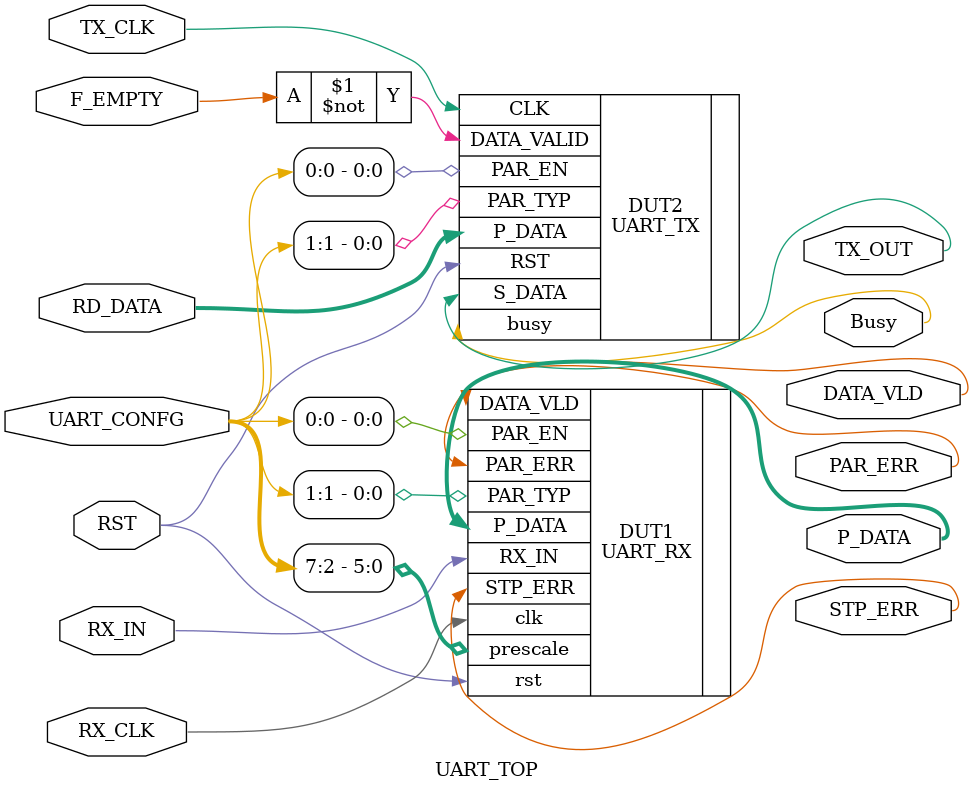
<source format=v>
module UART_TOP #(parameter DATA_WIDTH=8)(
    input RX_CLK,
    input RST,
    input [7:0] UART_CONFG,
    input RX_IN,
    input TX_CLK,
    input F_EMPTY,
    input [DATA_WIDTH-1:0] RD_DATA,
    output Busy,
    output TX_OUT,
    output [DATA_WIDTH-1:0] P_DATA,
    output DATA_VLD,
    output PAR_ERR,
    output STP_ERR
);

UART_RX DUT1(
    .clk(RX_CLK),
    .rst(RST),
    .prescale(UART_CONFG[7:2]),
    .PAR_EN(UART_CONFG[0]),
    .PAR_TYP(UART_CONFG[1]),
    .RX_IN(RX_IN),
    .P_DATA(P_DATA),
    .DATA_VLD(DATA_VLD),
    .PAR_ERR(PAR_ERR),
    .STP_ERR(STP_ERR)
);
UART_TX DUT2 (
    .CLK(TX_CLK),
    .RST(RST),
    .DATA_VALID(~F_EMPTY),
    .PAR_TYP(UART_CONFG[1]),
    .PAR_EN(UART_CONFG[0]),
    .P_DATA(RD_DATA),
    .busy(Busy),
    .S_DATA(TX_OUT)
);

endmodule
</source>
